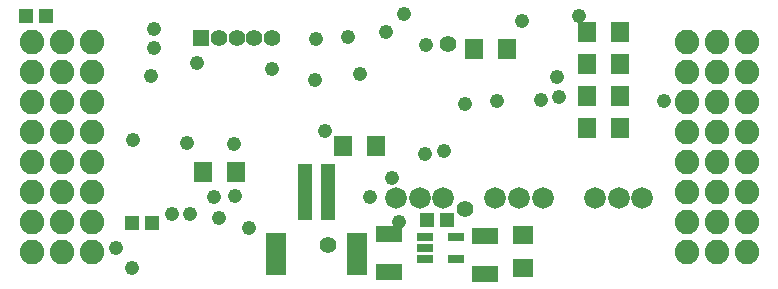
<source format=gbs>
G75*
G70*
%OFA0B0*%
%FSLAX24Y24*%
%IPPOS*%
%LPD*%
%AMOC8*
5,1,8,0,0,1.08239X$1,22.5*
%
%ADD10R,0.0552X0.0297*%
%ADD11R,0.0513X0.0474*%
%ADD12R,0.0867X0.0552*%
%ADD13R,0.0556X0.0556*%
%ADD14C,0.0556*%
%ADD15R,0.0631X0.0710*%
%ADD16R,0.0710X0.0631*%
%ADD17C,0.0820*%
%ADD18R,0.0474X0.1891*%
%ADD19R,0.0710X0.1419*%
%ADD20C,0.0720*%
%ADD21C,0.0476*%
%ADD22C,0.0555*%
D10*
X014279Y001349D03*
X014279Y001723D03*
X014279Y002097D03*
X015303Y002097D03*
X015303Y001349D03*
D11*
X015007Y002652D03*
X014338Y002652D03*
X005190Y002554D03*
X004521Y002554D03*
X001662Y009472D03*
X000993Y009472D03*
D12*
X013074Y002188D03*
X013074Y000928D03*
X016279Y000865D03*
X016279Y002125D03*
D13*
X006828Y008732D03*
D14*
X007419Y008732D03*
X008009Y008732D03*
X008600Y008732D03*
X009190Y008732D03*
D15*
X015921Y008367D03*
X017023Y008367D03*
X019680Y007861D03*
X020783Y007861D03*
X020783Y006798D03*
X019680Y006798D03*
X019678Y005721D03*
X020781Y005721D03*
X012641Y005137D03*
X011539Y005137D03*
X007997Y004273D03*
X006895Y004273D03*
X019680Y008924D03*
X020783Y008924D03*
D16*
X017558Y002154D03*
X017558Y001052D03*
D17*
X001177Y001593D03*
X002177Y001593D03*
X003177Y001593D03*
X003177Y002593D03*
X002177Y002593D03*
X001177Y002593D03*
X001177Y003593D03*
X002177Y003593D03*
X003177Y003593D03*
X003177Y004593D03*
X002177Y004593D03*
X001177Y004593D03*
X001177Y005593D03*
X002177Y005593D03*
X003177Y005593D03*
X003177Y006593D03*
X002177Y006593D03*
X001177Y006593D03*
X001177Y007593D03*
X002177Y007593D03*
X003177Y007593D03*
X003177Y008593D03*
X002177Y008593D03*
X001177Y008593D03*
X023035Y008593D03*
X024035Y008593D03*
X025035Y008593D03*
X025035Y007593D03*
X024035Y007593D03*
X023035Y007593D03*
X023035Y006593D03*
X024035Y006593D03*
X025035Y006593D03*
X025035Y005593D03*
X024035Y005593D03*
X023035Y005593D03*
X023035Y004593D03*
X024035Y004593D03*
X025035Y004593D03*
X025035Y003593D03*
X024035Y003593D03*
X023035Y003593D03*
X023035Y002593D03*
X024035Y002593D03*
X025035Y002593D03*
X025035Y001593D03*
X024035Y001593D03*
X023035Y001593D03*
D18*
X011058Y003585D03*
X010271Y003585D03*
D19*
X009326Y001538D03*
X012003Y001538D03*
D20*
X013322Y003397D03*
X014110Y003397D03*
X014897Y003397D03*
X016629Y003400D03*
X017417Y003400D03*
X018204Y003400D03*
X019949Y003402D03*
X020737Y003402D03*
X021524Y003402D03*
D21*
X014921Y004963D03*
X014293Y004873D03*
X013178Y004049D03*
X012440Y003428D03*
X013413Y002601D03*
X008405Y002385D03*
X007421Y002739D03*
X006465Y002854D03*
X005846Y002857D03*
X007243Y003428D03*
X007952Y003466D03*
X007932Y005200D03*
X006348Y005210D03*
X004566Y005317D03*
X005166Y007458D03*
X006677Y007898D03*
X005244Y008391D03*
X005259Y009019D03*
X009178Y007689D03*
X010602Y007319D03*
X012114Y007532D03*
X014310Y008507D03*
X012981Y008910D03*
X011732Y008743D03*
X010653Y008688D03*
X013583Y009528D03*
X017511Y009297D03*
X019409Y009452D03*
X018700Y007424D03*
X018750Y006765D03*
X018149Y006656D03*
X016673Y006617D03*
X015621Y006527D03*
X010964Y005613D03*
X003976Y001715D03*
X004527Y001066D03*
X022254Y006614D03*
D22*
X015039Y008526D03*
X015610Y003034D03*
X011065Y001840D03*
M02*

</source>
